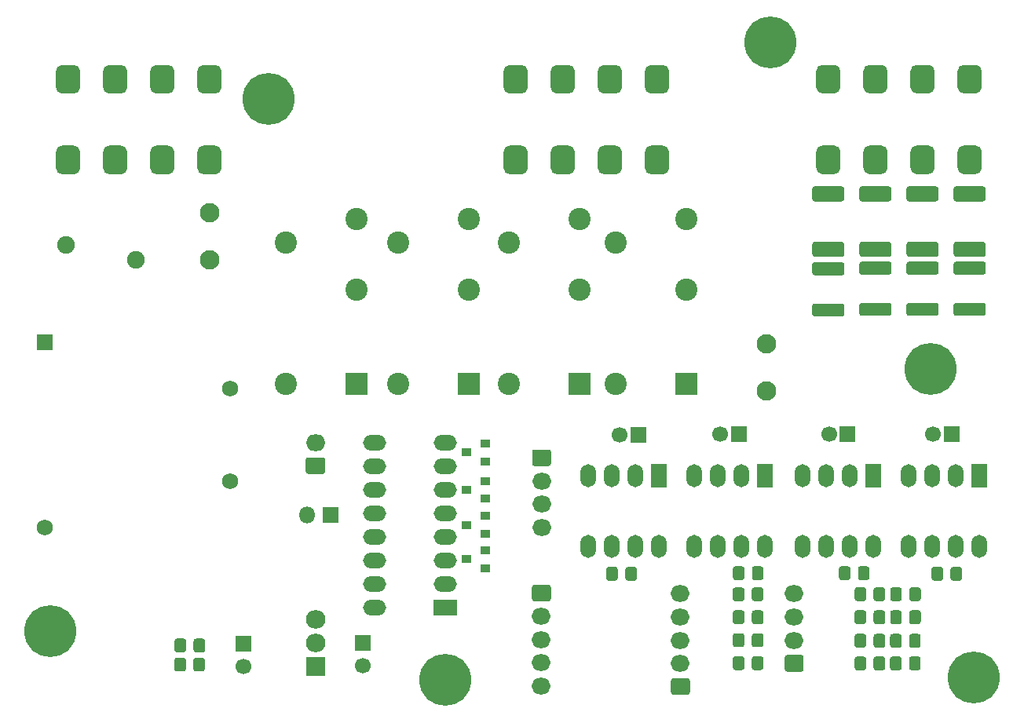
<source format=gbr>
G04 #@! TF.GenerationSoftware,KiCad,Pcbnew,(5.1.6)-1*
G04 #@! TF.CreationDate,2021-10-23T11:58:58+02:00*
G04 #@! TF.ProjectId,hamodule,68616d6f-6475-46c6-952e-6b696361645f,rev?*
G04 #@! TF.SameCoordinates,Original*
G04 #@! TF.FileFunction,Soldermask,Top*
G04 #@! TF.FilePolarity,Negative*
%FSLAX46Y46*%
G04 Gerber Fmt 4.6, Leading zero omitted, Abs format (unit mm)*
G04 Created by KiCad (PCBNEW (5.1.6)-1) date 2021-10-23 11:58:58*
%MOMM*%
%LPD*%
G01*
G04 APERTURE LIST*
%ADD10C,2.100000*%
%ADD11R,1.000000X0.900000*%
%ADD12C,1.700000*%
%ADD13R,1.700000X1.700000*%
%ADD14O,1.800000X1.800000*%
%ADD15R,1.800000X1.800000*%
%ADD16C,5.600000*%
%ADD17C,1.900000*%
%ADD18R,2.400000X2.400000*%
%ADD19C,2.400000*%
%ADD20R,2.500000X1.700000*%
%ADD21O,2.500000X1.700000*%
%ADD22O,2.050000X1.800000*%
%ADD23R,1.700000X2.500000*%
%ADD24O,1.700000X2.500000*%
%ADD25O,2.100000X2.005000*%
%ADD26R,2.100000X2.005000*%
%ADD27O,2.100000X1.800000*%
%ADD28C,1.750000*%
%ADD29R,1.750000X1.750000*%
G04 APERTURE END LIST*
G36*
G01*
X193469100Y-131199362D02*
X193469100Y-130242838D01*
G75*
G02*
X193740838Y-129971100I271738J0D01*
G01*
X194447362Y-129971100D01*
G75*
G02*
X194719100Y-130242838I0J-271738D01*
G01*
X194719100Y-131199362D01*
G75*
G02*
X194447362Y-131471100I-271738J0D01*
G01*
X193740838Y-131471100D01*
G75*
G02*
X193469100Y-131199362I0J271738D01*
G01*
G37*
G36*
G01*
X191419100Y-131199362D02*
X191419100Y-130242838D01*
G75*
G02*
X191690838Y-129971100I271738J0D01*
G01*
X192397362Y-129971100D01*
G75*
G02*
X192669100Y-130242838I0J-271738D01*
G01*
X192669100Y-131199362D01*
G75*
G02*
X192397362Y-131471100I-271738J0D01*
G01*
X191690838Y-131471100D01*
G75*
G02*
X191419100Y-131199362I0J271738D01*
G01*
G37*
G36*
G01*
X120148300Y-136736562D02*
X120148300Y-135780038D01*
G75*
G02*
X120420038Y-135508300I271738J0D01*
G01*
X121126562Y-135508300D01*
G75*
G02*
X121398300Y-135780038I0J-271738D01*
G01*
X121398300Y-136736562D01*
G75*
G02*
X121126562Y-137008300I-271738J0D01*
G01*
X120420038Y-137008300D01*
G75*
G02*
X120148300Y-136736562I0J271738D01*
G01*
G37*
G36*
G01*
X118098300Y-136736562D02*
X118098300Y-135780038D01*
G75*
G02*
X118370038Y-135508300I271738J0D01*
G01*
X119076562Y-135508300D01*
G75*
G02*
X119348300Y-135780038I0J-271738D01*
G01*
X119348300Y-136736562D01*
G75*
G02*
X119076562Y-137008300I-271738J0D01*
G01*
X118370038Y-137008300D01*
G75*
G02*
X118098300Y-136736562I0J271738D01*
G01*
G37*
G36*
G01*
X119322900Y-137837438D02*
X119322900Y-138793962D01*
G75*
G02*
X119051162Y-139065700I-271738J0D01*
G01*
X118344638Y-139065700D01*
G75*
G02*
X118072900Y-138793962I0J271738D01*
G01*
X118072900Y-137837438D01*
G75*
G02*
X118344638Y-137565700I271738J0D01*
G01*
X119051162Y-137565700D01*
G75*
G02*
X119322900Y-137837438I0J-271738D01*
G01*
G37*
G36*
G01*
X121372900Y-137837438D02*
X121372900Y-138793962D01*
G75*
G02*
X121101162Y-139065700I-271738J0D01*
G01*
X120394638Y-139065700D01*
G75*
G02*
X120122900Y-138793962I0J271738D01*
G01*
X120122900Y-137837438D01*
G75*
G02*
X120394638Y-137565700I271738J0D01*
G01*
X121101162Y-137565700D01*
G75*
G02*
X121372900Y-137837438I0J-271738D01*
G01*
G37*
G36*
G01*
X200958500Y-128045738D02*
X200958500Y-129002262D01*
G75*
G02*
X200686762Y-129274000I-271738J0D01*
G01*
X199980238Y-129274000D01*
G75*
G02*
X199708500Y-129002262I0J271738D01*
G01*
X199708500Y-128045738D01*
G75*
G02*
X199980238Y-127774000I271738J0D01*
G01*
X200686762Y-127774000D01*
G75*
G02*
X200958500Y-128045738I0J-271738D01*
G01*
G37*
G36*
G01*
X203008500Y-128045738D02*
X203008500Y-129002262D01*
G75*
G02*
X202736762Y-129274000I-271738J0D01*
G01*
X202030238Y-129274000D01*
G75*
G02*
X201758500Y-129002262I0J271738D01*
G01*
X201758500Y-128045738D01*
G75*
G02*
X202030238Y-127774000I271738J0D01*
G01*
X202736762Y-127774000D01*
G75*
G02*
X203008500Y-128045738I0J-271738D01*
G01*
G37*
G36*
G01*
X190980000Y-127982238D02*
X190980000Y-128938762D01*
G75*
G02*
X190708262Y-129210500I-271738J0D01*
G01*
X190001738Y-129210500D01*
G75*
G02*
X189730000Y-128938762I0J271738D01*
G01*
X189730000Y-127982238D01*
G75*
G02*
X190001738Y-127710500I271738J0D01*
G01*
X190708262Y-127710500D01*
G75*
G02*
X190980000Y-127982238I0J-271738D01*
G01*
G37*
G36*
G01*
X193030000Y-127982238D02*
X193030000Y-128938762D01*
G75*
G02*
X192758262Y-129210500I-271738J0D01*
G01*
X192051738Y-129210500D01*
G75*
G02*
X191780000Y-128938762I0J271738D01*
G01*
X191780000Y-127982238D01*
G75*
G02*
X192051738Y-127710500I271738J0D01*
G01*
X192758262Y-127710500D01*
G75*
G02*
X193030000Y-127982238I0J-271738D01*
G01*
G37*
G36*
G01*
X165897500Y-128045738D02*
X165897500Y-129002262D01*
G75*
G02*
X165625762Y-129274000I-271738J0D01*
G01*
X164919238Y-129274000D01*
G75*
G02*
X164647500Y-129002262I0J271738D01*
G01*
X164647500Y-128045738D01*
G75*
G02*
X164919238Y-127774000I271738J0D01*
G01*
X165625762Y-127774000D01*
G75*
G02*
X165897500Y-128045738I0J-271738D01*
G01*
G37*
G36*
G01*
X167947500Y-128045738D02*
X167947500Y-129002262D01*
G75*
G02*
X167675762Y-129274000I-271738J0D01*
G01*
X166969238Y-129274000D01*
G75*
G02*
X166697500Y-129002262I0J271738D01*
G01*
X166697500Y-128045738D01*
G75*
G02*
X166969238Y-127774000I271738J0D01*
G01*
X167675762Y-127774000D01*
G75*
G02*
X167947500Y-128045738I0J-271738D01*
G01*
G37*
G36*
G01*
X179550000Y-127982238D02*
X179550000Y-128938762D01*
G75*
G02*
X179278262Y-129210500I-271738J0D01*
G01*
X178571738Y-129210500D01*
G75*
G02*
X178300000Y-128938762I0J271738D01*
G01*
X178300000Y-127982238D01*
G75*
G02*
X178571738Y-127710500I271738J0D01*
G01*
X179278262Y-127710500D01*
G75*
G02*
X179550000Y-127982238I0J-271738D01*
G01*
G37*
G36*
G01*
X181600000Y-127982238D02*
X181600000Y-128938762D01*
G75*
G02*
X181328262Y-129210500I-271738J0D01*
G01*
X180621738Y-129210500D01*
G75*
G02*
X180350000Y-128938762I0J271738D01*
G01*
X180350000Y-127982238D01*
G75*
G02*
X180621738Y-127710500I271738J0D01*
G01*
X181328262Y-127710500D01*
G75*
G02*
X181600000Y-127982238I0J-271738D01*
G01*
G37*
D10*
X181927500Y-108839000D03*
X181927500Y-103759000D03*
G36*
G01*
X193469100Y-133688562D02*
X193469100Y-132732038D01*
G75*
G02*
X193740838Y-132460300I271738J0D01*
G01*
X194447362Y-132460300D01*
G75*
G02*
X194719100Y-132732038I0J-271738D01*
G01*
X194719100Y-133688562D01*
G75*
G02*
X194447362Y-133960300I-271738J0D01*
G01*
X193740838Y-133960300D01*
G75*
G02*
X193469100Y-133688562I0J271738D01*
G01*
G37*
G36*
G01*
X191419100Y-133688562D02*
X191419100Y-132732038D01*
G75*
G02*
X191690838Y-132460300I271738J0D01*
G01*
X192397362Y-132460300D01*
G75*
G02*
X192669100Y-132732038I0J-271738D01*
G01*
X192669100Y-133688562D01*
G75*
G02*
X192397362Y-133960300I-271738J0D01*
G01*
X191690838Y-133960300D01*
G75*
G02*
X191419100Y-133688562I0J271738D01*
G01*
G37*
G36*
G01*
X193469100Y-136228562D02*
X193469100Y-135272038D01*
G75*
G02*
X193740838Y-135000300I271738J0D01*
G01*
X194447362Y-135000300D01*
G75*
G02*
X194719100Y-135272038I0J-271738D01*
G01*
X194719100Y-136228562D01*
G75*
G02*
X194447362Y-136500300I-271738J0D01*
G01*
X193740838Y-136500300D01*
G75*
G02*
X193469100Y-136228562I0J271738D01*
G01*
G37*
G36*
G01*
X191419100Y-136228562D02*
X191419100Y-135272038D01*
G75*
G02*
X191690838Y-135000300I271738J0D01*
G01*
X192397362Y-135000300D01*
G75*
G02*
X192669100Y-135272038I0J-271738D01*
G01*
X192669100Y-136228562D01*
G75*
G02*
X192397362Y-136500300I-271738J0D01*
G01*
X191690838Y-136500300D01*
G75*
G02*
X191419100Y-136228562I0J271738D01*
G01*
G37*
G36*
G01*
X193469100Y-138666962D02*
X193469100Y-137710438D01*
G75*
G02*
X193740838Y-137438700I271738J0D01*
G01*
X194447362Y-137438700D01*
G75*
G02*
X194719100Y-137710438I0J-271738D01*
G01*
X194719100Y-138666962D01*
G75*
G02*
X194447362Y-138938700I-271738J0D01*
G01*
X193740838Y-138938700D01*
G75*
G02*
X193469100Y-138666962I0J271738D01*
G01*
G37*
G36*
G01*
X191419100Y-138666962D02*
X191419100Y-137710438D01*
G75*
G02*
X191690838Y-137438700I271738J0D01*
G01*
X192397362Y-137438700D01*
G75*
G02*
X192669100Y-137710438I0J-271738D01*
G01*
X192669100Y-138666962D01*
G75*
G02*
X192397362Y-138938700I-271738J0D01*
G01*
X191690838Y-138938700D01*
G75*
G02*
X191419100Y-138666962I0J271738D01*
G01*
G37*
D11*
X149606000Y-126943500D03*
X151606000Y-125993500D03*
X151606000Y-127893500D03*
X149606000Y-123243500D03*
X151606000Y-122293500D03*
X151606000Y-124193500D03*
X149606000Y-119443500D03*
X151606000Y-118493500D03*
X151606000Y-120393500D03*
X149606000Y-115443000D03*
X151606000Y-114493000D03*
X151606000Y-116393000D03*
G36*
G01*
X202346731Y-99305500D02*
X205308269Y-99305500D01*
G75*
G02*
X205577500Y-99574731I0J-269231D01*
G01*
X205577500Y-100436269D01*
G75*
G02*
X205308269Y-100705500I-269231J0D01*
G01*
X202346731Y-100705500D01*
G75*
G02*
X202077500Y-100436269I0J269231D01*
G01*
X202077500Y-99574731D01*
G75*
G02*
X202346731Y-99305500I269231J0D01*
G01*
G37*
G36*
G01*
X202346731Y-94855500D02*
X205308269Y-94855500D01*
G75*
G02*
X205577500Y-95124731I0J-269231D01*
G01*
X205577500Y-95986269D01*
G75*
G02*
X205308269Y-96255500I-269231J0D01*
G01*
X202346731Y-96255500D01*
G75*
G02*
X202077500Y-95986269I0J269231D01*
G01*
X202077500Y-95124731D01*
G75*
G02*
X202346731Y-94855500I269231J0D01*
G01*
G37*
G36*
G01*
X197266731Y-99305500D02*
X200228269Y-99305500D01*
G75*
G02*
X200497500Y-99574731I0J-269231D01*
G01*
X200497500Y-100436269D01*
G75*
G02*
X200228269Y-100705500I-269231J0D01*
G01*
X197266731Y-100705500D01*
G75*
G02*
X196997500Y-100436269I0J269231D01*
G01*
X196997500Y-99574731D01*
G75*
G02*
X197266731Y-99305500I269231J0D01*
G01*
G37*
G36*
G01*
X197266731Y-94855500D02*
X200228269Y-94855500D01*
G75*
G02*
X200497500Y-95124731I0J-269231D01*
G01*
X200497500Y-95986269D01*
G75*
G02*
X200228269Y-96255500I-269231J0D01*
G01*
X197266731Y-96255500D01*
G75*
G02*
X196997500Y-95986269I0J269231D01*
G01*
X196997500Y-95124731D01*
G75*
G02*
X197266731Y-94855500I269231J0D01*
G01*
G37*
G36*
G01*
X192186731Y-99305500D02*
X195148269Y-99305500D01*
G75*
G02*
X195417500Y-99574731I0J-269231D01*
G01*
X195417500Y-100436269D01*
G75*
G02*
X195148269Y-100705500I-269231J0D01*
G01*
X192186731Y-100705500D01*
G75*
G02*
X191917500Y-100436269I0J269231D01*
G01*
X191917500Y-99574731D01*
G75*
G02*
X192186731Y-99305500I269231J0D01*
G01*
G37*
G36*
G01*
X192186731Y-94855500D02*
X195148269Y-94855500D01*
G75*
G02*
X195417500Y-95124731I0J-269231D01*
G01*
X195417500Y-95986269D01*
G75*
G02*
X195148269Y-96255500I-269231J0D01*
G01*
X192186731Y-96255500D01*
G75*
G02*
X191917500Y-95986269I0J269231D01*
G01*
X191917500Y-95124731D01*
G75*
G02*
X192186731Y-94855500I269231J0D01*
G01*
G37*
G36*
G01*
X187106731Y-99369000D02*
X190068269Y-99369000D01*
G75*
G02*
X190337500Y-99638231I0J-269231D01*
G01*
X190337500Y-100499769D01*
G75*
G02*
X190068269Y-100769000I-269231J0D01*
G01*
X187106731Y-100769000D01*
G75*
G02*
X186837500Y-100499769I0J269231D01*
G01*
X186837500Y-99638231D01*
G75*
G02*
X187106731Y-99369000I269231J0D01*
G01*
G37*
G36*
G01*
X187106731Y-94919000D02*
X190068269Y-94919000D01*
G75*
G02*
X190337500Y-95188231I0J-269231D01*
G01*
X190337500Y-96049769D01*
G75*
G02*
X190068269Y-96319000I-269231J0D01*
G01*
X187106731Y-96319000D01*
G75*
G02*
X186837500Y-96049769I0J269231D01*
G01*
X186837500Y-95188231D01*
G75*
G02*
X187106731Y-94919000I269231J0D01*
G01*
G37*
G36*
G01*
X197308500Y-131199362D02*
X197308500Y-130242838D01*
G75*
G02*
X197580238Y-129971100I271738J0D01*
G01*
X198286762Y-129971100D01*
G75*
G02*
X198558500Y-130242838I0J-271738D01*
G01*
X198558500Y-131199362D01*
G75*
G02*
X198286762Y-131471100I-271738J0D01*
G01*
X197580238Y-131471100D01*
G75*
G02*
X197308500Y-131199362I0J271738D01*
G01*
G37*
G36*
G01*
X195258500Y-131199362D02*
X195258500Y-130242838D01*
G75*
G02*
X195530238Y-129971100I271738J0D01*
G01*
X196236762Y-129971100D01*
G75*
G02*
X196508500Y-130242838I0J-271738D01*
G01*
X196508500Y-131199362D01*
G75*
G02*
X196236762Y-131471100I-271738J0D01*
G01*
X195530238Y-131471100D01*
G75*
G02*
X195258500Y-131199362I0J271738D01*
G01*
G37*
G36*
G01*
X197308500Y-133685262D02*
X197308500Y-132728738D01*
G75*
G02*
X197580238Y-132457000I271738J0D01*
G01*
X198286762Y-132457000D01*
G75*
G02*
X198558500Y-132728738I0J-271738D01*
G01*
X198558500Y-133685262D01*
G75*
G02*
X198286762Y-133957000I-271738J0D01*
G01*
X197580238Y-133957000D01*
G75*
G02*
X197308500Y-133685262I0J271738D01*
G01*
G37*
G36*
G01*
X195258500Y-133685262D02*
X195258500Y-132728738D01*
G75*
G02*
X195530238Y-132457000I271738J0D01*
G01*
X196236762Y-132457000D01*
G75*
G02*
X196508500Y-132728738I0J-271738D01*
G01*
X196508500Y-133685262D01*
G75*
G02*
X196236762Y-133957000I-271738J0D01*
G01*
X195530238Y-133957000D01*
G75*
G02*
X195258500Y-133685262I0J271738D01*
G01*
G37*
G36*
G01*
X197297100Y-136228562D02*
X197297100Y-135272038D01*
G75*
G02*
X197568838Y-135000300I271738J0D01*
G01*
X198275362Y-135000300D01*
G75*
G02*
X198547100Y-135272038I0J-271738D01*
G01*
X198547100Y-136228562D01*
G75*
G02*
X198275362Y-136500300I-271738J0D01*
G01*
X197568838Y-136500300D01*
G75*
G02*
X197297100Y-136228562I0J271738D01*
G01*
G37*
G36*
G01*
X195247100Y-136228562D02*
X195247100Y-135272038D01*
G75*
G02*
X195518838Y-135000300I271738J0D01*
G01*
X196225362Y-135000300D01*
G75*
G02*
X196497100Y-135272038I0J-271738D01*
G01*
X196497100Y-136228562D01*
G75*
G02*
X196225362Y-136500300I-271738J0D01*
G01*
X195518838Y-136500300D01*
G75*
G02*
X195247100Y-136228562I0J271738D01*
G01*
G37*
G36*
G01*
X197297100Y-138666962D02*
X197297100Y-137710438D01*
G75*
G02*
X197568838Y-137438700I271738J0D01*
G01*
X198275362Y-137438700D01*
G75*
G02*
X198547100Y-137710438I0J-271738D01*
G01*
X198547100Y-138666962D01*
G75*
G02*
X198275362Y-138938700I-271738J0D01*
G01*
X197568838Y-138938700D01*
G75*
G02*
X197297100Y-138666962I0J271738D01*
G01*
G37*
G36*
G01*
X195247100Y-138666962D02*
X195247100Y-137710438D01*
G75*
G02*
X195518838Y-137438700I271738J0D01*
G01*
X196225362Y-137438700D01*
G75*
G02*
X196497100Y-137710438I0J-271738D01*
G01*
X196497100Y-138666962D01*
G75*
G02*
X196225362Y-138938700I-271738J0D01*
G01*
X195518838Y-138938700D01*
G75*
G02*
X195247100Y-138666962I0J271738D01*
G01*
G37*
G36*
G01*
X179545000Y-137681738D02*
X179545000Y-138638262D01*
G75*
G02*
X179273262Y-138910000I-271738J0D01*
G01*
X178566738Y-138910000D01*
G75*
G02*
X178295000Y-138638262I0J271738D01*
G01*
X178295000Y-137681738D01*
G75*
G02*
X178566738Y-137410000I271738J0D01*
G01*
X179273262Y-137410000D01*
G75*
G02*
X179545000Y-137681738I0J-271738D01*
G01*
G37*
G36*
G01*
X181595000Y-137681738D02*
X181595000Y-138638262D01*
G75*
G02*
X181323262Y-138910000I-271738J0D01*
G01*
X180616738Y-138910000D01*
G75*
G02*
X180345000Y-138638262I0J271738D01*
G01*
X180345000Y-137681738D01*
G75*
G02*
X180616738Y-137410000I271738J0D01*
G01*
X181323262Y-137410000D01*
G75*
G02*
X181595000Y-137681738I0J-271738D01*
G01*
G37*
G36*
G01*
X179536000Y-135205238D02*
X179536000Y-136161762D01*
G75*
G02*
X179264262Y-136433500I-271738J0D01*
G01*
X178557738Y-136433500D01*
G75*
G02*
X178286000Y-136161762I0J271738D01*
G01*
X178286000Y-135205238D01*
G75*
G02*
X178557738Y-134933500I271738J0D01*
G01*
X179264262Y-134933500D01*
G75*
G02*
X179536000Y-135205238I0J-271738D01*
G01*
G37*
G36*
G01*
X181586000Y-135205238D02*
X181586000Y-136161762D01*
G75*
G02*
X181314262Y-136433500I-271738J0D01*
G01*
X180607738Y-136433500D01*
G75*
G02*
X180336000Y-136161762I0J271738D01*
G01*
X180336000Y-135205238D01*
G75*
G02*
X180607738Y-134933500I271738J0D01*
G01*
X181314262Y-134933500D01*
G75*
G02*
X181586000Y-135205238I0J-271738D01*
G01*
G37*
G36*
G01*
X179545000Y-132728738D02*
X179545000Y-133685262D01*
G75*
G02*
X179273262Y-133957000I-271738J0D01*
G01*
X178566738Y-133957000D01*
G75*
G02*
X178295000Y-133685262I0J271738D01*
G01*
X178295000Y-132728738D01*
G75*
G02*
X178566738Y-132457000I271738J0D01*
G01*
X179273262Y-132457000D01*
G75*
G02*
X179545000Y-132728738I0J-271738D01*
G01*
G37*
G36*
G01*
X181595000Y-132728738D02*
X181595000Y-133685262D01*
G75*
G02*
X181323262Y-133957000I-271738J0D01*
G01*
X180616738Y-133957000D01*
G75*
G02*
X180345000Y-133685262I0J271738D01*
G01*
X180345000Y-132728738D01*
G75*
G02*
X180616738Y-132457000I271738J0D01*
G01*
X181323262Y-132457000D01*
G75*
G02*
X181595000Y-132728738I0J-271738D01*
G01*
G37*
G36*
G01*
X179536000Y-130252238D02*
X179536000Y-131208762D01*
G75*
G02*
X179264262Y-131480500I-271738J0D01*
G01*
X178557738Y-131480500D01*
G75*
G02*
X178286000Y-131208762I0J271738D01*
G01*
X178286000Y-130252238D01*
G75*
G02*
X178557738Y-129980500I271738J0D01*
G01*
X179264262Y-129980500D01*
G75*
G02*
X179536000Y-130252238I0J-271738D01*
G01*
G37*
G36*
G01*
X181586000Y-130252238D02*
X181586000Y-131208762D01*
G75*
G02*
X181314262Y-131480500I-271738J0D01*
G01*
X180607738Y-131480500D01*
G75*
G02*
X180336000Y-131208762I0J271738D01*
G01*
X180336000Y-130252238D01*
G75*
G02*
X180607738Y-129980500I271738J0D01*
G01*
X181314262Y-129980500D01*
G75*
G02*
X181586000Y-130252238I0J-271738D01*
G01*
G37*
G36*
G01*
X187128892Y-92711000D02*
X190046108Y-92711000D01*
G75*
G02*
X190312500Y-92977392I0J-266392D01*
G01*
X190312500Y-94069608D01*
G75*
G02*
X190046108Y-94336000I-266392J0D01*
G01*
X187128892Y-94336000D01*
G75*
G02*
X186862500Y-94069608I0J266392D01*
G01*
X186862500Y-92977392D01*
G75*
G02*
X187128892Y-92711000I266392J0D01*
G01*
G37*
G36*
G01*
X187128892Y-86736000D02*
X190046108Y-86736000D01*
G75*
G02*
X190312500Y-87002392I0J-266392D01*
G01*
X190312500Y-88094608D01*
G75*
G02*
X190046108Y-88361000I-266392J0D01*
G01*
X187128892Y-88361000D01*
G75*
G02*
X186862500Y-88094608I0J266392D01*
G01*
X186862500Y-87002392D01*
G75*
G02*
X187128892Y-86736000I266392J0D01*
G01*
G37*
G36*
G01*
X192208892Y-92711000D02*
X195126108Y-92711000D01*
G75*
G02*
X195392500Y-92977392I0J-266392D01*
G01*
X195392500Y-94069608D01*
G75*
G02*
X195126108Y-94336000I-266392J0D01*
G01*
X192208892Y-94336000D01*
G75*
G02*
X191942500Y-94069608I0J266392D01*
G01*
X191942500Y-92977392D01*
G75*
G02*
X192208892Y-92711000I266392J0D01*
G01*
G37*
G36*
G01*
X192208892Y-86736000D02*
X195126108Y-86736000D01*
G75*
G02*
X195392500Y-87002392I0J-266392D01*
G01*
X195392500Y-88094608D01*
G75*
G02*
X195126108Y-88361000I-266392J0D01*
G01*
X192208892Y-88361000D01*
G75*
G02*
X191942500Y-88094608I0J266392D01*
G01*
X191942500Y-87002392D01*
G75*
G02*
X192208892Y-86736000I266392J0D01*
G01*
G37*
G36*
G01*
X197288892Y-92711000D02*
X200206108Y-92711000D01*
G75*
G02*
X200472500Y-92977392I0J-266392D01*
G01*
X200472500Y-94069608D01*
G75*
G02*
X200206108Y-94336000I-266392J0D01*
G01*
X197288892Y-94336000D01*
G75*
G02*
X197022500Y-94069608I0J266392D01*
G01*
X197022500Y-92977392D01*
G75*
G02*
X197288892Y-92711000I266392J0D01*
G01*
G37*
G36*
G01*
X197288892Y-86736000D02*
X200206108Y-86736000D01*
G75*
G02*
X200472500Y-87002392I0J-266392D01*
G01*
X200472500Y-88094608D01*
G75*
G02*
X200206108Y-88361000I-266392J0D01*
G01*
X197288892Y-88361000D01*
G75*
G02*
X197022500Y-88094608I0J266392D01*
G01*
X197022500Y-87002392D01*
G75*
G02*
X197288892Y-86736000I266392J0D01*
G01*
G37*
G36*
G01*
X202368892Y-92711000D02*
X205286108Y-92711000D01*
G75*
G02*
X205552500Y-92977392I0J-266392D01*
G01*
X205552500Y-94069608D01*
G75*
G02*
X205286108Y-94336000I-266392J0D01*
G01*
X202368892Y-94336000D01*
G75*
G02*
X202102500Y-94069608I0J266392D01*
G01*
X202102500Y-92977392D01*
G75*
G02*
X202368892Y-92711000I266392J0D01*
G01*
G37*
G36*
G01*
X202368892Y-86736000D02*
X205286108Y-86736000D01*
G75*
G02*
X205552500Y-87002392I0J-266392D01*
G01*
X205552500Y-88094608D01*
G75*
G02*
X205286108Y-88361000I-266392J0D01*
G01*
X202368892Y-88361000D01*
G75*
G02*
X202102500Y-88094608I0J266392D01*
G01*
X202102500Y-87002392D01*
G75*
G02*
X202368892Y-86736000I266392J0D01*
G01*
G37*
D12*
X199906500Y-113443500D03*
D13*
X201906500Y-113443500D03*
D12*
X188676500Y-113443500D03*
D13*
X190676500Y-113443500D03*
D12*
X176960500Y-113443500D03*
D13*
X178960500Y-113443500D03*
D12*
X166084500Y-113499900D03*
D13*
X168084500Y-113499900D03*
G36*
G01*
X203177500Y-82321500D02*
X204477500Y-82321500D01*
G75*
G02*
X205127500Y-82971500I0J-650000D01*
G01*
X205127500Y-84771500D01*
G75*
G02*
X204477500Y-85421500I-650000J0D01*
G01*
X203177500Y-85421500D01*
G75*
G02*
X202527500Y-84771500I0J650000D01*
G01*
X202527500Y-82971500D01*
G75*
G02*
X203177500Y-82321500I650000J0D01*
G01*
G37*
G36*
G01*
X203177500Y-73621500D02*
X204477500Y-73621500D01*
G75*
G02*
X205127500Y-74271500I0J-650000D01*
G01*
X205127500Y-76071500D01*
G75*
G02*
X204477500Y-76721500I-650000J0D01*
G01*
X203177500Y-76721500D01*
G75*
G02*
X202527500Y-76071500I0J650000D01*
G01*
X202527500Y-74271500D01*
G75*
G02*
X203177500Y-73621500I650000J0D01*
G01*
G37*
G36*
G01*
X198097500Y-82321500D02*
X199397500Y-82321500D01*
G75*
G02*
X200047500Y-82971500I0J-650000D01*
G01*
X200047500Y-84771500D01*
G75*
G02*
X199397500Y-85421500I-650000J0D01*
G01*
X198097500Y-85421500D01*
G75*
G02*
X197447500Y-84771500I0J650000D01*
G01*
X197447500Y-82971500D01*
G75*
G02*
X198097500Y-82321500I650000J0D01*
G01*
G37*
G36*
G01*
X198097500Y-73621500D02*
X199397500Y-73621500D01*
G75*
G02*
X200047500Y-74271500I0J-650000D01*
G01*
X200047500Y-76071500D01*
G75*
G02*
X199397500Y-76721500I-650000J0D01*
G01*
X198097500Y-76721500D01*
G75*
G02*
X197447500Y-76071500I0J650000D01*
G01*
X197447500Y-74271500D01*
G75*
G02*
X198097500Y-73621500I650000J0D01*
G01*
G37*
G36*
G01*
X193017500Y-82321500D02*
X194317500Y-82321500D01*
G75*
G02*
X194967500Y-82971500I0J-650000D01*
G01*
X194967500Y-84771500D01*
G75*
G02*
X194317500Y-85421500I-650000J0D01*
G01*
X193017500Y-85421500D01*
G75*
G02*
X192367500Y-84771500I0J650000D01*
G01*
X192367500Y-82971500D01*
G75*
G02*
X193017500Y-82321500I650000J0D01*
G01*
G37*
G36*
G01*
X193017500Y-73621500D02*
X194317500Y-73621500D01*
G75*
G02*
X194967500Y-74271500I0J-650000D01*
G01*
X194967500Y-76071500D01*
G75*
G02*
X194317500Y-76721500I-650000J0D01*
G01*
X193017500Y-76721500D01*
G75*
G02*
X192367500Y-76071500I0J650000D01*
G01*
X192367500Y-74271500D01*
G75*
G02*
X193017500Y-73621500I650000J0D01*
G01*
G37*
G36*
G01*
X187937500Y-82321500D02*
X189237500Y-82321500D01*
G75*
G02*
X189887500Y-82971500I0J-650000D01*
G01*
X189887500Y-84771500D01*
G75*
G02*
X189237500Y-85421500I-650000J0D01*
G01*
X187937500Y-85421500D01*
G75*
G02*
X187287500Y-84771500I0J650000D01*
G01*
X187287500Y-82971500D01*
G75*
G02*
X187937500Y-82321500I650000J0D01*
G01*
G37*
G36*
G01*
X187937500Y-73621500D02*
X189237500Y-73621500D01*
G75*
G02*
X189887500Y-74271500I0J-650000D01*
G01*
X189887500Y-76071500D01*
G75*
G02*
X189237500Y-76721500I-650000J0D01*
G01*
X187937500Y-76721500D01*
G75*
G02*
X187287500Y-76071500I0J650000D01*
G01*
X187287500Y-74271500D01*
G75*
G02*
X187937500Y-73621500I650000J0D01*
G01*
G37*
G36*
G01*
X121206500Y-82333500D02*
X122506500Y-82333500D01*
G75*
G02*
X123156500Y-82983500I0J-650000D01*
G01*
X123156500Y-84783500D01*
G75*
G02*
X122506500Y-85433500I-650000J0D01*
G01*
X121206500Y-85433500D01*
G75*
G02*
X120556500Y-84783500I0J650000D01*
G01*
X120556500Y-82983500D01*
G75*
G02*
X121206500Y-82333500I650000J0D01*
G01*
G37*
G36*
G01*
X121206500Y-73633500D02*
X122506500Y-73633500D01*
G75*
G02*
X123156500Y-74283500I0J-650000D01*
G01*
X123156500Y-76083500D01*
G75*
G02*
X122506500Y-76733500I-650000J0D01*
G01*
X121206500Y-76733500D01*
G75*
G02*
X120556500Y-76083500I0J650000D01*
G01*
X120556500Y-74283500D01*
G75*
G02*
X121206500Y-73633500I650000J0D01*
G01*
G37*
G36*
G01*
X116126500Y-82333500D02*
X117426500Y-82333500D01*
G75*
G02*
X118076500Y-82983500I0J-650000D01*
G01*
X118076500Y-84783500D01*
G75*
G02*
X117426500Y-85433500I-650000J0D01*
G01*
X116126500Y-85433500D01*
G75*
G02*
X115476500Y-84783500I0J650000D01*
G01*
X115476500Y-82983500D01*
G75*
G02*
X116126500Y-82333500I650000J0D01*
G01*
G37*
G36*
G01*
X116126500Y-73633500D02*
X117426500Y-73633500D01*
G75*
G02*
X118076500Y-74283500I0J-650000D01*
G01*
X118076500Y-76083500D01*
G75*
G02*
X117426500Y-76733500I-650000J0D01*
G01*
X116126500Y-76733500D01*
G75*
G02*
X115476500Y-76083500I0J650000D01*
G01*
X115476500Y-74283500D01*
G75*
G02*
X116126500Y-73633500I650000J0D01*
G01*
G37*
G36*
G01*
X111046500Y-82333500D02*
X112346500Y-82333500D01*
G75*
G02*
X112996500Y-82983500I0J-650000D01*
G01*
X112996500Y-84783500D01*
G75*
G02*
X112346500Y-85433500I-650000J0D01*
G01*
X111046500Y-85433500D01*
G75*
G02*
X110396500Y-84783500I0J650000D01*
G01*
X110396500Y-82983500D01*
G75*
G02*
X111046500Y-82333500I650000J0D01*
G01*
G37*
G36*
G01*
X111046500Y-73633500D02*
X112346500Y-73633500D01*
G75*
G02*
X112996500Y-74283500I0J-650000D01*
G01*
X112996500Y-76083500D01*
G75*
G02*
X112346500Y-76733500I-650000J0D01*
G01*
X111046500Y-76733500D01*
G75*
G02*
X110396500Y-76083500I0J650000D01*
G01*
X110396500Y-74283500D01*
G75*
G02*
X111046500Y-73633500I650000J0D01*
G01*
G37*
G36*
G01*
X105966500Y-82333500D02*
X107266500Y-82333500D01*
G75*
G02*
X107916500Y-82983500I0J-650000D01*
G01*
X107916500Y-84783500D01*
G75*
G02*
X107266500Y-85433500I-650000J0D01*
G01*
X105966500Y-85433500D01*
G75*
G02*
X105316500Y-84783500I0J650000D01*
G01*
X105316500Y-82983500D01*
G75*
G02*
X105966500Y-82333500I650000J0D01*
G01*
G37*
G36*
G01*
X105966500Y-73633500D02*
X107266500Y-73633500D01*
G75*
G02*
X107916500Y-74283500I0J-650000D01*
G01*
X107916500Y-76083500D01*
G75*
G02*
X107266500Y-76733500I-650000J0D01*
G01*
X105966500Y-76733500D01*
G75*
G02*
X105316500Y-76083500I0J650000D01*
G01*
X105316500Y-74283500D01*
G75*
G02*
X105966500Y-73633500I650000J0D01*
G01*
G37*
G36*
G01*
X169466500Y-82333500D02*
X170766500Y-82333500D01*
G75*
G02*
X171416500Y-82983500I0J-650000D01*
G01*
X171416500Y-84783500D01*
G75*
G02*
X170766500Y-85433500I-650000J0D01*
G01*
X169466500Y-85433500D01*
G75*
G02*
X168816500Y-84783500I0J650000D01*
G01*
X168816500Y-82983500D01*
G75*
G02*
X169466500Y-82333500I650000J0D01*
G01*
G37*
G36*
G01*
X169466500Y-73633500D02*
X170766500Y-73633500D01*
G75*
G02*
X171416500Y-74283500I0J-650000D01*
G01*
X171416500Y-76083500D01*
G75*
G02*
X170766500Y-76733500I-650000J0D01*
G01*
X169466500Y-76733500D01*
G75*
G02*
X168816500Y-76083500I0J650000D01*
G01*
X168816500Y-74283500D01*
G75*
G02*
X169466500Y-73633500I650000J0D01*
G01*
G37*
G36*
G01*
X164386500Y-82333500D02*
X165686500Y-82333500D01*
G75*
G02*
X166336500Y-82983500I0J-650000D01*
G01*
X166336500Y-84783500D01*
G75*
G02*
X165686500Y-85433500I-650000J0D01*
G01*
X164386500Y-85433500D01*
G75*
G02*
X163736500Y-84783500I0J650000D01*
G01*
X163736500Y-82983500D01*
G75*
G02*
X164386500Y-82333500I650000J0D01*
G01*
G37*
G36*
G01*
X164386500Y-73633500D02*
X165686500Y-73633500D01*
G75*
G02*
X166336500Y-74283500I0J-650000D01*
G01*
X166336500Y-76083500D01*
G75*
G02*
X165686500Y-76733500I-650000J0D01*
G01*
X164386500Y-76733500D01*
G75*
G02*
X163736500Y-76083500I0J650000D01*
G01*
X163736500Y-74283500D01*
G75*
G02*
X164386500Y-73633500I650000J0D01*
G01*
G37*
G36*
G01*
X159306500Y-82333500D02*
X160606500Y-82333500D01*
G75*
G02*
X161256500Y-82983500I0J-650000D01*
G01*
X161256500Y-84783500D01*
G75*
G02*
X160606500Y-85433500I-650000J0D01*
G01*
X159306500Y-85433500D01*
G75*
G02*
X158656500Y-84783500I0J650000D01*
G01*
X158656500Y-82983500D01*
G75*
G02*
X159306500Y-82333500I650000J0D01*
G01*
G37*
G36*
G01*
X159306500Y-73633500D02*
X160606500Y-73633500D01*
G75*
G02*
X161256500Y-74283500I0J-650000D01*
G01*
X161256500Y-76083500D01*
G75*
G02*
X160606500Y-76733500I-650000J0D01*
G01*
X159306500Y-76733500D01*
G75*
G02*
X158656500Y-76083500I0J650000D01*
G01*
X158656500Y-74283500D01*
G75*
G02*
X159306500Y-73633500I650000J0D01*
G01*
G37*
G36*
G01*
X154226500Y-82333500D02*
X155526500Y-82333500D01*
G75*
G02*
X156176500Y-82983500I0J-650000D01*
G01*
X156176500Y-84783500D01*
G75*
G02*
X155526500Y-85433500I-650000J0D01*
G01*
X154226500Y-85433500D01*
G75*
G02*
X153576500Y-84783500I0J650000D01*
G01*
X153576500Y-82983500D01*
G75*
G02*
X154226500Y-82333500I650000J0D01*
G01*
G37*
G36*
G01*
X154226500Y-73633500D02*
X155526500Y-73633500D01*
G75*
G02*
X156176500Y-74283500I0J-650000D01*
G01*
X156176500Y-76083500D01*
G75*
G02*
X155526500Y-76733500I-650000J0D01*
G01*
X154226500Y-76733500D01*
G75*
G02*
X153576500Y-76083500I0J650000D01*
G01*
X153576500Y-74283500D01*
G75*
G02*
X154226500Y-73633500I650000J0D01*
G01*
G37*
D14*
X132372100Y-122214640D03*
D15*
X134912100Y-122214640D03*
D16*
X199644000Y-106426000D03*
D12*
X138366500Y-138453500D03*
D13*
X138366500Y-135953500D03*
D12*
X125514100Y-138555100D03*
D13*
X125514100Y-136055100D03*
D17*
X113916500Y-94673500D03*
X106416500Y-93040170D03*
D16*
X128270000Y-77343000D03*
D18*
X161734500Y-108013500D03*
D19*
X161734500Y-97853500D03*
X161734500Y-90233500D03*
X154114500Y-92773500D03*
X154114500Y-108013500D03*
D20*
X147256500Y-132143500D03*
D21*
X139636500Y-114363500D03*
X147256500Y-129603500D03*
X139636500Y-116903500D03*
X147256500Y-127063500D03*
X139636500Y-119443500D03*
X147256500Y-124523500D03*
X139636500Y-121983500D03*
X147256500Y-121983500D03*
X139636500Y-124523500D03*
X147256500Y-119443500D03*
X139636500Y-127063500D03*
X147256500Y-116903500D03*
X139636500Y-129603500D03*
X147256500Y-114363500D03*
X139636500Y-132143500D03*
D22*
X157670500Y-123514500D03*
X157670500Y-121014500D03*
X157670500Y-118514500D03*
G36*
G01*
X156910206Y-115114500D02*
X158430794Y-115114500D01*
G75*
G02*
X158695500Y-115379206I0J-264706D01*
G01*
X158695500Y-116649794D01*
G75*
G02*
X158430794Y-116914500I-264706J0D01*
G01*
X156910206Y-116914500D01*
G75*
G02*
X156645500Y-116649794I0J264706D01*
G01*
X156645500Y-115379206D01*
G75*
G02*
X156910206Y-115114500I264706J0D01*
G01*
G37*
X172642500Y-130683500D03*
X172642500Y-133183500D03*
X172642500Y-135683500D03*
X172642500Y-138183500D03*
G36*
G01*
X173402794Y-141583500D02*
X171882206Y-141583500D01*
G75*
G02*
X171617500Y-141318794I0J264706D01*
G01*
X171617500Y-140048206D01*
G75*
G02*
X171882206Y-139783500I264706J0D01*
G01*
X173402794Y-139783500D01*
G75*
G02*
X173667500Y-140048206I0J-264706D01*
G01*
X173667500Y-141318794D01*
G75*
G02*
X173402794Y-141583500I-264706J0D01*
G01*
G37*
D23*
X181786500Y-117903500D03*
D24*
X174166500Y-125523500D03*
X179246500Y-117903500D03*
X176706500Y-125523500D03*
X176706500Y-117903500D03*
X179246500Y-125523500D03*
X174166500Y-117903500D03*
X181786500Y-125523500D03*
D23*
X204900500Y-117903500D03*
D24*
X197280500Y-125523500D03*
X202360500Y-117903500D03*
X199820500Y-125523500D03*
X199820500Y-117903500D03*
X202360500Y-125523500D03*
X197280500Y-117903500D03*
X204900500Y-125523500D03*
D23*
X193470500Y-117903500D03*
D24*
X185850500Y-125523500D03*
X190930500Y-117903500D03*
X188390500Y-125523500D03*
X188390500Y-117903500D03*
X190930500Y-125523500D03*
X185850500Y-117903500D03*
X193470500Y-125523500D03*
D23*
X170356500Y-117903500D03*
D24*
X162736500Y-125523500D03*
X167816500Y-117903500D03*
X165276500Y-125523500D03*
X165276500Y-117903500D03*
X167816500Y-125523500D03*
X162736500Y-117903500D03*
X170356500Y-125523500D03*
D25*
X133286500Y-133413500D03*
X133286500Y-135953500D03*
D26*
X133286500Y-138493500D03*
D22*
X157656500Y-140603500D03*
X157656500Y-138103500D03*
X157656500Y-135603500D03*
X157656500Y-133103500D03*
G36*
G01*
X156896206Y-129703500D02*
X158416794Y-129703500D01*
G75*
G02*
X158681500Y-129968206I0J-264706D01*
G01*
X158681500Y-131238794D01*
G75*
G02*
X158416794Y-131503500I-264706J0D01*
G01*
X156896206Y-131503500D01*
G75*
G02*
X156631500Y-131238794I0J264706D01*
G01*
X156631500Y-129968206D01*
G75*
G02*
X156896206Y-129703500I264706J0D01*
G01*
G37*
X184912000Y-130683000D03*
X184912000Y-133183000D03*
X184912000Y-135683000D03*
G36*
G01*
X185672294Y-139083000D02*
X184151706Y-139083000D01*
G75*
G02*
X183887000Y-138818294I0J264706D01*
G01*
X183887000Y-137547706D01*
G75*
G02*
X184151706Y-137283000I264706J0D01*
G01*
X185672294Y-137283000D01*
G75*
G02*
X185937000Y-137547706I0J-264706D01*
G01*
X185937000Y-138818294D01*
G75*
G02*
X185672294Y-139083000I-264706J0D01*
G01*
G37*
D27*
X133299200Y-114355880D03*
G36*
G01*
X134084494Y-117755880D02*
X132513906Y-117755880D01*
G75*
G02*
X132249200Y-117491174I0J264706D01*
G01*
X132249200Y-116220586D01*
G75*
G02*
X132513906Y-115955880I264706J0D01*
G01*
X134084494Y-115955880D01*
G75*
G02*
X134349200Y-116220586I0J-264706D01*
G01*
X134349200Y-117491174D01*
G75*
G02*
X134084494Y-117755880I-264706J0D01*
G01*
G37*
D28*
X124076500Y-108568500D03*
X124076500Y-118568500D03*
X104076500Y-123568500D03*
D29*
X104076500Y-103568500D03*
D16*
X204304900Y-139661900D03*
X104711500Y-134683500D03*
X147256500Y-139954000D03*
X182372000Y-71247000D03*
D10*
X121856500Y-94678500D03*
X121856500Y-89598500D03*
D18*
X137731500Y-108013500D03*
D19*
X137731500Y-97853500D03*
X137731500Y-90233500D03*
X130111500Y-92773500D03*
X130111500Y-108013500D03*
D18*
X149796500Y-108013500D03*
D19*
X149796500Y-97853500D03*
X149796500Y-90233500D03*
X142176500Y-92773500D03*
X142176500Y-108013500D03*
D18*
X173291500Y-108013500D03*
D19*
X173291500Y-97853500D03*
X173291500Y-90233500D03*
X165671500Y-92773500D03*
X165671500Y-108013500D03*
M02*

</source>
